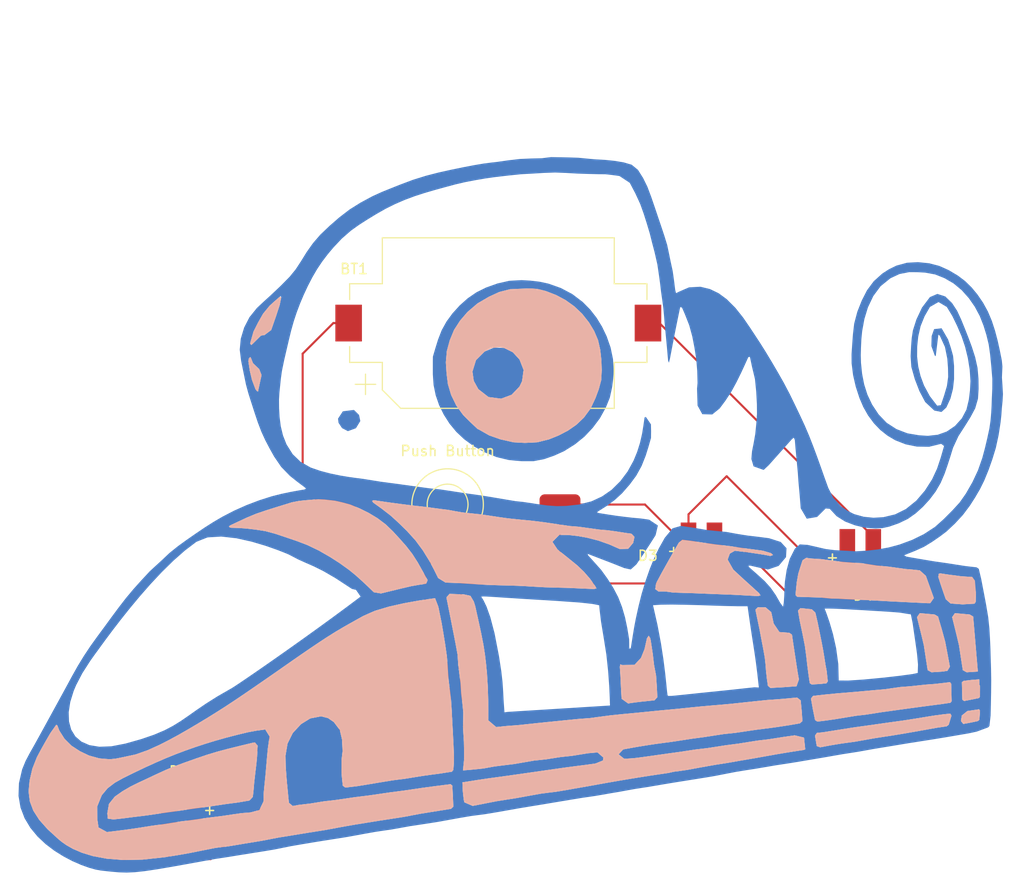
<source format=kicad_pcb>
(kicad_pcb (version 20241229) (generator "pcbnew") (generator_version "9.0")
  (layers (0 "F.Cu" signal) (2 "B.Cu" signal) (13 "F.Paste" user) (15 "B.Paste" user) (5 "F.SilkS" user "F.Silkscreen") (7 "B.SilkS" user "B.Silkscreen") (1 "F.Mask" user) (3 "B.Mask" user) (25 "Edge.Cuts" user))
  (net 0 "")
  (net 1 "+3V0")
  (net 2 "GND")
  (net 3 "VCC")
  (footprint "blinkyparts:5mm_SMD-Pad" (layer "F.Cu") (at 119.5 109.46 -90)
    (property "Reference" "D2")
    (property "Value" "LED")
  )
  (footprint "Battery:BatteryHolder_Keystone_1060_1x2032" (layer "F.Cu") (at 122.15 74.5)
    (property "Reference" "BT1")
    (property "Value" "Battery_Cell")
  )
  (footprint "blinkyparts:Push_Button" (layer "F.Cu") (at 105.188149 92.271278)
    (property "Reference" "SW1")
    (property "Value" "SW_DIP_x01")
  )
  (footprint "blinkyparts:5mm_SMD-Pad" (layer "F.Cu") (at 90.897279 117.910746)
    (property "Reference" "D1")
    (property "Value" "LED")
  )
  (footprint "blinkyparts:5mm_SMD-Pad" (layer "F.Cu") (at 142.307121 101.033977 180)
    (property "Reference" "D3")
    (property "Value" "LED")
  )
  (footprint "blinkyparts:5mm_SMD-Pad" (layer "F.Cu") (at 157.853543 101.672023 180)
    (property "Reference" "D4")
    (property "Value" "LED")
  )
  (footprint "geeko:GeekoInkscapeSVGDone_with_hanger" (layer "B.Cu") (at 173.373796 43.110304 180)
    (property "Reference" "svg2mod" (hide yes))
    (property "Value" "G***" (hide yes))
    (fp_poly (pts (xy 47.00385 -4.999695) (xy 48.050962 -5.191157) (xy 48.872514 -5.708956) (xy 49.409048 -6.468213) (xy 49.601106 -7.384045) (xy 49.409048 -8.299959) (xy 48.872514 -9.059393) (xy 48.050962 -9.57737) (xy 47.00385 -9.768913) (xy 45.956819 -9.57737) (xy 45.135443 -9.059393) (xy 44.599085 -8.299959) (xy 44.407107 -7.384045) (xy 44.599085 -6.468213) (xy 45.135442 -5.708956) (xy 45.956818 -5.191157) (xy 47.00385 -4.999695)) (stroke (width 0.00001)) (fill no) (layer "Edge.Cuts"))
    (fp_poly (pts (xy 47.00385 0) (xy 45.792492 -0.095852) (xy 44.635694 -0.373625) (xy 43.55064 -0.818644) (xy 42.554512 -1.416236) (xy 41.664493 -2.151726) (xy 40.897765 -3.010439) (xy 40.27151 -3.977703) (xy 39.802912 -5.038841) (xy 39.509152 -6.17918) (xy 39.407414 -7.384045) (xy 39.512854 -8.610365) (xy 39.817078 -9.769508) (xy 40.30194 -10.845982) (xy 40.949293 -11.824299) (xy 41.740993 -12.68897) (xy 42.658894 -13.424504) (xy 41.584543 -13.533541) (xy 40.603547 -13.588225) (xy 39.600304 -13.692125) (xy 38.576974 -13.863753) (xy 37.808569 -14.062437) (xy 36.889148 -14.510391) (xy 36.034492 -15.368054) (xy 35.462892 -16.27582) (xy 34.940504 -17.343127) (xy 34.533685 -18.420154) (xy 34.172691 -19.471313) (xy 33.833077 -20.486605) (xy 33.531257 -21.37425) (xy 33.228561 -22.288589) (xy 32.938558 -23.233207) (xy 32.707895 -24.257049) (xy 32.589742 -24.902873) (xy 32.365468 -26.027352) (xy 31.22755 -26.016499) (xy 30.214397 -26.233635) (xy 29.281396 -26.59908) (xy 28.434317 -27.083933) (xy 27.678929 -27.659293) (xy 26.885161 -28.422512) (xy 26.197538 -29.221933) (xy 25.593804 -30.034946) (xy 25.051701 -30.838944) (xy 24.547405 -31.603713) (xy 24.032294 -32.391479) (xy 23.517944 -33.209341) (xy 23.517944 -33.209871) (xy 22.9002 -34.234004) (xy 22.293206 -35.268749) (xy 21.699451 -36.315107) (xy 21.076754 -37.494729) (xy 20.508826 -38.659667) (xy 20.035809 -39.649416) (xy 19.559183 -40.676901) (xy 19.10116 -41.750434) (xy 18.698756 -42.781657) (xy 18.315685 -43.811279) (xy 17.94695 -44.837031) (xy 17.587557 -45.856643) (xy 17.075202 -47.18248) (xy 16.558679 -47.892178) (xy 16.55815 -47.892178) (xy 15.742696 -48.389304) (xy 14.802901 -48.608199) (xy 13.766072 -48.586193) (xy 12.88207 -48.3141) (xy 12.086435 -47.891059) (xy 11.479055 -47.167335) (xy 11.422411 -46.113837) (xy 11.796309 -45.315352) (xy 12.403117 -44.87708) (xy 13.2059 -44.496002) (xy 14.177355 -43.916099) (xy 15.064478 -43.21242) (xy 15.856901 -42.391221) (xy 15.856901 -42.390692) (xy 16.565551 -41.434377) (xy 17.14054 -40.42116) (xy 17.592195 -39.36607) (xy 17.904895 -38.435983) (xy 18.163104 -37.474334) (xy 18.354838 -36.481481) (xy 18.468111 -35.457782) (xy 18.478128 -34.363239) (xy 18.413334 -33.395892) (xy 18.337366 -32.342269) (xy 18.193721 -31.137634) (xy 17.960039 -30.134754) (xy 17.653004 -29.246921) (xy 17.328658 -28.459762) (xy 16.872091 -27.525674) (xy 16.29402 -26.630015) (xy 15.581757 -25.800831) (xy 14.722616 -25.06617) (xy 13.892574 -24.528366) (xy 12.9651 -24.074499) (xy 11.867911 -23.739485) (xy 10.791663 -23.601625) (xy 9.75659 -23.612741) (xy 8.782926 -23.72465) (xy 7.452082 -24.066302) (xy 6.27907 -24.589625) (xy 5.248258 -25.204146) (xy 4.34286 -25.888229) (xy 3.557169 -26.654405) (xy 2.87631 -27.473775) (xy 2.217597 -28.437522) (xy 1.657359 -29.461291) (xy 1.20096 -30.541805) (xy 0.852292 -31.611755) (xy 0.573788 -32.666911) (xy 0.344545 -33.701181) (xy 0.14366 -34.708476) (xy 0.053743 -35.668624) (xy 0.102319 -36.667529) (xy 0.048183 -37.382131) (xy 0 -38.338227) (xy 0 -38.338757) (xy 0.044234 -39.20054) (xy 0.113688 -39.840463) (xy 0.158149 -40.51504) (xy 0.250631 -41.362849) (xy 0.377019 -42.213404) (xy 0.534912 -43.140224) (xy 0.771012 -44.130123) (xy 1.121398 -45.276493) (xy 1.52467 -46.42269) (xy 1.990059 -47.559888) (xy 2.472164 -48.535485) (xy 2.997543 -49.436121) (xy 3.534151 -50.272902) (xy 4.34656 -51.359633) (xy 5.228693 -52.315802) (xy 6.138643 -53.16988) (xy 6.21099 -53.224659) (xy 5.22087 -53.379171) (xy 4.142383 -53.503194) (xy 3.24528 -53.857178) (xy 2.834502 -54.173359) (xy 2.436027 -54.959437) (xy 2.436027 -54.961025) (xy 2.161625 -56.119093) (xy 1.92322 -57.353571) (xy 1.685227 -58.614843) (xy 1.466577 -59.905942) (xy 1.33158 -61.177464) (xy 1.267623 -62.308895) (xy 1.228124 -63.187892) (xy 1.205094 -64.018868) (xy 1.168677 -65.160151) (xy 1.150317 -66.361362) (xy 1.160048 -67.536308) (xy 1.180461 -68.706825) (xy 1.208712 -69.872775) (xy 1.342037 -71.099573) (xy 1.829862 -72.13982) (xy 2.601908 -72.684488) (xy 3.162794 -72.916197) (xy 3.941362 -73.172314) (xy 4.828779 -73.364939) (xy 5.611027 -73.499426) (xy 5.611556 -73.499426) (xy 6.534997 -73.657693) (xy 7.458489 -73.812598) (xy 8.38193 -73.964513) (xy 9.508732 -74.141801) (xy 10.608151 -74.31333) (xy 11.635611 -74.483032) (xy 12.679342 -74.657494) (xy 12.678813 -74.656965) (xy 13.418278 -74.776434) (xy 14.126787 -74.893127) (xy 14.883249 -75.030116) (xy 15.687931 -75.174247) (xy 15.689995 -75.174776) (xy 16.466764 -75.29708) (xy 17.184994 -75.408871) (xy 17.184994 -75.408342) (xy 17.985287 -75.547397) (xy 18.814352 -75.693595) (xy 19.641928 -75.835187) (xy 20.465931 -75.974198) (xy 21.357995 -76.124952) (xy 22.26117 -76.273921) (xy 22.261699 -76.27445) (xy 23.040845 -76.394056) (xy 23.776336 -76.507511) (xy 24.772145 -76.676636) (xy 25.797918 -76.850125) (xy 26.740021 -76.996724) (xy 27.612278 -77.137963) (xy 27.614395 -77.137963) (xy 28.60239 -77.329022) (xy 29.66182 -77.535357) (xy 30.574715 -77.691566) (xy 31.454475 -77.832494) (xy 31.455005 -77.832494) (xy 32.367243 -77.977984) (xy 33.269364 -78.121882) (xy 33.272009 -78.121882) (xy 33.940383 -78.230307) (xy 34.608362 -78.341508) (xy 34.610478 -78.341508) (xy 35.479712 -78.489444) (xy 36.370577 -78.639164) (xy 37.495056 -78.81073) (xy 37.496114 -78.81073) (xy 38.263336 -78.949151) (xy 39.064493 -79.096501) (xy 39.066609 -79.096501) (xy 40.019522 -79.257731) (xy 40.710307 -79.380245) (xy 41.439591 -79.504746) (xy 42.721683 -79.690779) (xy 43.898126 -79.883697) (xy 45.08588 -80.081971) (xy 46.384508 -80.300046) (xy 47.656458 -80.508661) (xy 48.920269 -80.717074) (xy 50.11658 -80.929982) (xy 50.118168 -80.929982) (xy 51.168691 -81.113867) (xy 52.248786 -81.293784) (xy 53.006321 -81.394531) (xy 53.615629 -81.472066) (xy 54.564312 -81.633964) (xy 55.54574 -81.810547) (xy 55.546799 -81.810547) (xy 56.77205 -82.032755) (xy 56.774166 -82.032755) (xy 57.565437 -82.159413) (xy 58.339444 -82.278735) (xy 58.34209 -82.279264) (xy 58.343148 -82.279264) (xy 59.55961 -82.462713) (xy 60.44712 -82.623793) (xy 61.395157 -82.79241) (xy 62.250624 -82.917633) (xy 62.987824 -83.025987) (xy 62.989411 -83.026516) (xy 63.917431 -83.19257) (xy 64.864919 -83.367586) (xy 65.833682 -83.540697) (xy 65.834211 -83.540697) (xy 66.979537 -83.723244) (xy 68.071282 -83.892098) (xy 69.103121 -84.061427) (xy 70.129779 -84.232996) (xy 71.150685 -84.40938) (xy 71.151215 -84.40938) (xy 71.915424 -84.563375) (xy 72.794526 -84.73959) (xy 73.750051 -84.901108) (xy 74.667278 -85.046549) (xy 75.332825 -85.152624) (xy 75.993812 -85.257906) (xy 75.991695 -85.257906) (xy 76.760332 -85.38312) (xy 77.541471 -85.508536) (xy 78.570867 -85.664082) (xy 78.572454 -85.664082) (xy 79.54957 -85.838952) (xy 80.542362 -86.021166) (xy 82.272246 -86.334459) (xy 83.686887 -86.582847) (xy 84.847247 -86.771585) (xy 85.814286 -86.905929) (xy 86.648966 -86.991134) (xy 87.866888 -87.029388) (xy 89.02449 -86.961115) (xy 90.321608 -86.823703) (xy 91.21784 -86.670042) (xy 92.212343 -86.389656) (xy 93.281569 -85.973645) (xy 94.401969 -85.413108) (xy 95.549994 -84.699144) (xy 96.702096 -83.822851) (xy 97.447268 -83.129133) (xy 98.139135 -82.333585) (xy 98.754803 -81.443508) (xy 99.271377 -80.466203) (xy 99.665962 -79.40897) (xy 99.915664 -78.27911) (xy 99.997587 -77.083924) (xy 99.888837 -75.830713) (xy 99.56652 -74.526777) (xy 99.148065 -73.489524) (xy 98.68366 -72.605513) (xy 98.247739 -71.842187) (xy 98.247739 -71.841658) (xy 97.699315 -70.850465) (xy 97.152478 -69.855367) (xy 96.605889 -68.857092) (xy 96.058209 -67.856372) (xy 95.556912 -66.940107) (xy 95.058634 -66.026288) (xy 94.565276 -65.113902) (xy 94.565276 -65.113373) (xy 93.968527 -64.050334) (xy 93.333467 -63.010836) (xy 92.659958 -61.99515) (xy 91.947864 -61.003547) (xy 91.262344 -60.073143) (xy 90.568258 -59.122169) (xy 89.854329 -58.159487) (xy 89.109279 -57.19396) (xy 88.306705 -56.232787) (xy 87.49419 -55.329885) (xy 86.694438 -54.468545) (xy 85.96858 -53.777112) (xy 85.510015 -53.378171) (xy 85.509485 -53.377641) (xy 84.605914 -52.519845) (xy 83.681252 -51.774784) (xy 82.762492 -51.111428) (xy 81.876632 -50.498747) (xy 80.988395 -49.896827) (xy 80.069073 -49.311962) (xy 79.115043 -48.754667) (xy 78.110908 -48.22793) (xy 77.087141 -47.750679) (xy 76.045423 -47.321461) (xy 74.98743 -46.938822) (xy 73.914843 -46.60131) (xy 74.362538 -46.000861) (xy 74.759237 -45.364693) (xy 75.216457 -44.547554) (xy 75.672819 -43.676892) (xy 76.100756 -42.742632) (xy 76.100756 -42.742103) (xy 76.499513 -41.696579) (xy 76.835682 -40.687747) (xy 77.143069 -39.729885) (xy 77.143069 -39.728827) (xy 77.432223 -38.819678) (xy 77.700144 -37.833336) (xy 77.956707 -36.595947) (xy 78.175569 -35.509964) (xy 78.333763 -34.530529) (xy 78.351506 -33.533613) (xy 78.217426 -32.534952) (xy 77.921889 -31.484308) (xy 77.484546 -30.466487) (xy 76.89649 -29.504921) (xy 76.148818 -28.623046) (xy 76.148289 -28.622517) (xy 75.401887 -27.920429) (xy 74.757676 -27.336807) (xy 73.823616 -26.455131) (xy 73.003261 -25.626834) (xy 73.002732 -25.626305) (xy 72.540404 -25.058628) (xy 72.126299 -24.428445) (xy 72.12577 -24.427916) (xy 71.511957 -23.433784) (xy 70.805852 -22.437947) (xy 69.971379 -21.471507) (xy 69.301506 -20.816817) (xy 68.634793 -20.218114) (xy 67.988555 -19.659731) (xy 67.110763 -18.966077) (xy 66.207827 -18.358748) (xy 65.292985 -17.82236) (xy 64.379474 -17.341527) (xy 64.378945 -17.341527) (xy 63.365806 -16.873849) (xy 62.397996 -16.482487) (xy 61.496429 -16.126097) (xy 60.499271 -15.744274) (xy 59.493728 -15.408308) (xy 58.481587 -15.11446) (xy 57.464634 -14.858991) (xy 56.210439 -14.581507) (xy 54.970729 -14.32724) (xy 53.986347 -14.138756) (xy 52.99204 -13.969123) (xy 52.198704 -13.863569) (xy 51.511067 -13.784172) (xy 50.906454 -13.705107) (xy 51.801645 -13.090515) (xy 52.597955 -12.359652) (xy 53.281228 -11.524596) (xy 53.837306 -10.597429) (xy 54.252033 -9.590228) (xy 54.51125 -8.515074) (xy 54.600802 -7.384045) (xy 54.49905 -6.17918) (xy 54.205252 -5.038841) (xy 53.736596 -3.977703) (xy 53.110272 -3.010439) (xy 52.343467 -2.151726) (xy 51.453371 -1.416236) (xy 50.457173 -0.818644) (xy 49.372061 -0.373625) (xy 48.215223 -0.095852) (xy 47.00385 0)) (stroke (width 0.00001)) (fill no) (layer "Edge.Cuts"))
  )
  (segment (start 103 89.083129) (end 106.188149 92.271278) (width 0.2) (layer "F.Cu") (net 1))
  (segment (start 106 74.5) (end 103 77.5) (width 0.2) (layer "F.Cu") (net 1))
  (segment (start 103 77.5) (end 103 89.083129) (width 0.2) (layer "F.Cu") (net 1))
  (segment (start 107.5 74.5) (end 106 74.5) (width 0.2) (layer "F.Cu") (net 1))
  (segment (start 158.853543 95.434023) (end 137.91952 74.5) (width 0.2) (layer "F.Cu") (net 2))
  (segment (start 118.5 113) (end 118.5 108) (width 0.2) (layer "F.Cu") (net 2))
  (segment (start 117.96 108.46) (end 115 108.46) (width 0.2) (layer "F.Cu") (net 2))
  (segment (start 158.853543 97.172023) (end 158.853543 95.434023) (width 0.2) (layer "F.Cu") (net 2))
  (segment (start 151 101.5) (end 158.5 101.5) (width 0.2) (layer "F.Cu") (net 2))
  (segment (start 158.5 101.5) (end 158.853543 101.146457) (width 0.2) (layer "F.Cu") (net 2))
  (segment (start 137.91952 74.5) (end 136.8 74.5) (width 0.2) (layer "F.Cu") (net 2))
  (segment (start 143.5 100) (end 118.5 100) (width 0.2) (layer "F.Cu") (net 2))
  (segment (start 146.033977 96.533977) (end 151 101.5) (width 0.2) (layer "F.Cu") (net 2))
  (segment (start 118.5 108) (end 118 108.5) (width 0.2) (layer "F.Cu") (net 2))
  (segment (start 158.853543 101.146457) (end 158.853543 97.172023) (width 0.2) (layer "F.Cu") (net 2))
  (segment (start 94 127) (end 108 113) (width 0.2) (layer "F.Cu") (net 2))
  (segment (start 118 108.5) (end 117.96 108.46) (width 0.2) (layer "F.Cu") (net 2))
  (segment (start 143.307121 96.533977) (end 146.033977 96.533977) (width 0.2) (layer "F.Cu") (net 2))
  (segment (start 90 127) (end 94 127) (width 0.2) (layer "F.Cu") (net 2))
  (segment (start 89.897279 126.897279) (end 90 127) (width 0.2) (layer "F.Cu") (net 2))
  (segment (start 118.5 100) (end 118.5 108) (width 0.2) (layer "F.Cu") (net 2))
  (segment (start 108 113) (end 118.5 113) (width 0.2) (layer "F.Cu") (net 2))
  (segment (start 143.307121 96.533977) (end 143.5 96.726856) (width 0.2) (layer "F.Cu") (net 2))
  (segment (start 143.5 96.726856) (end 143.5 100) (width 0.2) (layer "F.Cu") (net 2))
  (segment (start 89.897279 122.410746) (end 89.897279 126.897279) (width 0.2) (layer "F.Cu") (net 2))
  (segment (start 115 98) (end 115 105) (width 0.2) (layer "F.Cu") (net 3))
  (segment (start 152.172023 97.172023) (end 144.5 89.5) (width 0.2) (layer "F.Cu") (net 3))
  (segment (start 128.188149 92.271278) (end 136.504422 92.271278) (width 0.2) (layer "F.Cu") (net 3))
  (segment (start 128.188149 92.271278) (end 128.188149 97.811851) (width 0.2) (layer "F.Cu") (net 3))
  (segment (start 109.848025 105) (end 103.924012 110.924012) (width 0.2) (layer "F.Cu") (net 3))
  (segment (start 115 105) (end 109.848025 105) (width 0.2) (layer "F.Cu") (net 3))
  (segment (start 128.188149 97.811851) (end 128 98) (width 0.2) (layer "F.Cu") (net 3))
  (segment (start 156.313543 97.172023) (end 152.172023 97.172023) (width 0.2) (layer "F.Cu") (net 3))
  (segment (start 104 111) (end 103.924012 110.924012) (width 0.2) (layer "F.Cu") (net 3))
  (segment (start 144.5 89.5) (end 140.767121 93.232879) (width 0.2) (layer "F.Cu") (net 3))
  (segment (start 115 111) (end 104 111) (width 0.2) (layer "F.Cu") (net 3))
  (segment (start 136.504422 92.271278) (end 140.767121 96.533977) (width 0.2) (layer "F.Cu") (net 3))
  (segment (start 103.924012 110.924012) (end 92.437279 122.410746) (width 0.2) (layer "F.Cu") (net 3))
  (segment (start 140.767121 93.232879) (end 140.767121 96.533977) (width 0.2) (layer "F.Cu") (net 3))
  (segment (start 128 98) (end 115 98) (width 0.2) (layer "F.Cu") (net 3))
)
</source>
